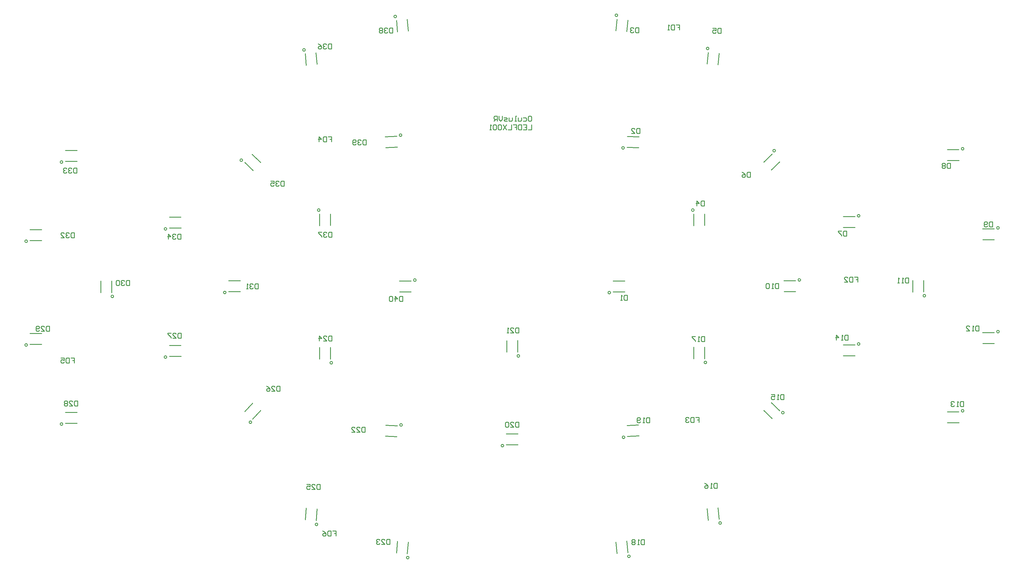
<source format=gbo>
%FSLAX25Y25*%
%MOIN*%
G70*
G01*
G75*
G04 Layer_Color=32896*
%ADD10C,0.02000*%
%ADD11C,0.00800*%
%ADD12C,0.01200*%
%ADD13C,0.02000*%
G04:AMPARAMS|DCode=14|XSize=82.99mil|YSize=122.36mil|CornerRadius=12.45mil|HoleSize=0mil|Usage=FLASHONLY|Rotation=180.000|XOffset=0mil|YOffset=0mil|HoleType=Round|Shape=RoundedRectangle|*
%AMROUNDEDRECTD14*
21,1,0.08299,0.09746,0,0,180.0*
21,1,0.05809,0.12236,0,0,180.0*
1,1,0.02490,-0.02905,0.04873*
1,1,0.02490,0.02905,0.04873*
1,1,0.02490,0.02905,-0.04873*
1,1,0.02490,-0.02905,-0.04873*
%
%ADD14ROUNDEDRECTD14*%
%ADD15C,0.04000*%
%ADD16R,0.01378X0.13780*%
G04:AMPARAMS|DCode=17|XSize=82.99mil|YSize=122.36mil|CornerRadius=12.45mil|HoleSize=0mil|Usage=FLASHONLY|Rotation=357.760|XOffset=0mil|YOffset=0mil|HoleType=Round|Shape=RoundedRectangle|*
%AMROUNDEDRECTD17*
21,1,0.08299,0.09746,0,0,357.8*
21,1,0.05809,0.12236,0,0,357.8*
1,1,0.02490,0.02712,-0.04983*
1,1,0.02490,-0.03093,-0.04756*
1,1,0.02490,-0.02712,0.04983*
1,1,0.02490,0.03093,0.04756*
%
%ADD17ROUNDEDRECTD17*%
G04:AMPARAMS|DCode=18|XSize=82.99mil|YSize=122.36mil|CornerRadius=12.45mil|HoleSize=0mil|Usage=FLASHONLY|Rotation=264.990|XOffset=0mil|YOffset=0mil|HoleType=Round|Shape=RoundedRectangle|*
%AMROUNDEDRECTD18*
21,1,0.08299,0.09746,0,0,265.0*
21,1,0.05809,0.12236,0,0,265.0*
1,1,0.02490,-0.05108,-0.02468*
1,1,0.02490,-0.04601,0.03319*
1,1,0.02490,0.05108,0.02468*
1,1,0.02490,0.04601,-0.03319*
%
%ADD18ROUNDEDRECTD18*%
G04:AMPARAMS|DCode=19|XSize=82.99mil|YSize=122.36mil|CornerRadius=12.45mil|HoleSize=0mil|Usage=FLASHONLY|Rotation=270.000|XOffset=0mil|YOffset=0mil|HoleType=Round|Shape=RoundedRectangle|*
%AMROUNDEDRECTD19*
21,1,0.08299,0.09746,0,0,270.0*
21,1,0.05809,0.12236,0,0,270.0*
1,1,0.02490,-0.04873,-0.02905*
1,1,0.02490,-0.04873,0.02905*
1,1,0.02490,0.04873,0.02905*
1,1,0.02490,0.04873,-0.02905*
%
%ADD19ROUNDEDRECTD19*%
G04:AMPARAMS|DCode=20|XSize=82.99mil|YSize=122.36mil|CornerRadius=12.45mil|HoleSize=0mil|Usage=FLASHONLY|Rotation=265.050|XOffset=0mil|YOffset=0mil|HoleType=Round|Shape=RoundedRectangle|*
%AMROUNDEDRECTD20*
21,1,0.08299,0.09746,0,0,265.0*
21,1,0.05809,0.12236,0,0,265.0*
1,1,0.02490,-0.05106,-0.02473*
1,1,0.02490,-0.04604,0.03314*
1,1,0.02490,0.05106,0.02473*
1,1,0.02490,0.04604,-0.03314*
%
%ADD20ROUNDEDRECTD20*%
G04:AMPARAMS|DCode=21|XSize=82.99mil|YSize=122.36mil|CornerRadius=12.45mil|HoleSize=0mil|Usage=FLASHONLY|Rotation=223.860|XOffset=0mil|YOffset=0mil|HoleType=Round|Shape=RoundedRectangle|*
%AMROUNDEDRECTD21*
21,1,0.08299,0.09746,0,0,223.9*
21,1,0.05809,0.12236,0,0,223.9*
1,1,0.02490,-0.05471,0.01501*
1,1,0.02490,-0.01282,0.05526*
1,1,0.02490,0.05471,-0.01501*
1,1,0.02490,0.01282,-0.05526*
%
%ADD21ROUNDEDRECTD21*%
G04:AMPARAMS|DCode=22|XSize=82.99mil|YSize=122.36mil|CornerRadius=12.45mil|HoleSize=0mil|Usage=FLASHONLY|Rotation=136.140|XOffset=0mil|YOffset=0mil|HoleType=Round|Shape=RoundedRectangle|*
%AMROUNDEDRECTD22*
21,1,0.08299,0.09746,0,0,136.1*
21,1,0.05809,0.12236,0,0,136.1*
1,1,0.02490,0.01282,0.05526*
1,1,0.02490,0.05471,0.01501*
1,1,0.02490,-0.01282,-0.05526*
1,1,0.02490,-0.05471,-0.01501*
%
%ADD22ROUNDEDRECTD22*%
G04:AMPARAMS|DCode=23|XSize=82.99mil|YSize=122.36mil|CornerRadius=12.45mil|HoleSize=0mil|Usage=FLASHONLY|Rotation=94.950|XOffset=0mil|YOffset=0mil|HoleType=Round|Shape=RoundedRectangle|*
%AMROUNDEDRECTD23*
21,1,0.08299,0.09746,0,0,94.9*
21,1,0.05809,0.12236,0,0,94.9*
1,1,0.02490,0.04604,0.03314*
1,1,0.02490,0.05106,-0.02473*
1,1,0.02490,-0.04604,-0.03314*
1,1,0.02490,-0.05106,0.02473*
%
%ADD23ROUNDEDRECTD23*%
G04:AMPARAMS|DCode=24|XSize=82.99mil|YSize=122.36mil|CornerRadius=12.45mil|HoleSize=0mil|Usage=FLASHONLY|Rotation=95.010|XOffset=0mil|YOffset=0mil|HoleType=Round|Shape=RoundedRectangle|*
%AMROUNDEDRECTD24*
21,1,0.08299,0.09746,0,0,95.0*
21,1,0.05809,0.12236,0,0,95.0*
1,1,0.02490,0.04601,0.03319*
1,1,0.02490,0.05108,-0.02468*
1,1,0.02490,-0.04601,-0.03319*
1,1,0.02490,-0.05108,0.02468*
%
%ADD24ROUNDEDRECTD24*%
G04:AMPARAMS|DCode=25|XSize=82.99mil|YSize=122.36mil|CornerRadius=12.45mil|HoleSize=0mil|Usage=FLASHONLY|Rotation=2.240|XOffset=0mil|YOffset=0mil|HoleType=Round|Shape=RoundedRectangle|*
%AMROUNDEDRECTD25*
21,1,0.08299,0.09746,0,0,2.2*
21,1,0.05809,0.12236,0,0,2.2*
1,1,0.02490,0.03093,-0.04756*
1,1,0.02490,-0.02712,-0.04983*
1,1,0.02490,-0.03093,0.04756*
1,1,0.02490,0.02712,0.04983*
%
%ADD25ROUNDEDRECTD25*%
G04:AMPARAMS|DCode=26|XSize=82.99mil|YSize=122.36mil|CornerRadius=12.45mil|HoleSize=0mil|Usage=FLASHONLY|Rotation=46.140|XOffset=0mil|YOffset=0mil|HoleType=Round|Shape=RoundedRectangle|*
%AMROUNDEDRECTD26*
21,1,0.08299,0.09746,0,0,46.1*
21,1,0.05809,0.12236,0,0,46.1*
1,1,0.02490,0.05526,-0.01282*
1,1,0.02490,0.01501,-0.05471*
1,1,0.02490,-0.05526,0.01282*
1,1,0.02490,-0.01501,0.05471*
%
%ADD26ROUNDEDRECTD26*%
%ADD27C,0.01500*%
%ADD28C,0.01000*%
%ADD29C,0.00800*%
%ADD30C,0.01400*%
%ADD31R,0.90551X0.13780*%
G04:AMPARAMS|DCode=32|XSize=62.99mil|YSize=102.36mil|CornerRadius=2.45mil|HoleSize=0mil|Usage=FLASHONLY|Rotation=180.000|XOffset=0mil|YOffset=0mil|HoleType=Round|Shape=RoundedRectangle|*
%AMROUNDEDRECTD32*
21,1,0.06299,0.09746,0,0,180.0*
21,1,0.05809,0.10236,0,0,180.0*
1,1,0.00490,-0.02905,0.04873*
1,1,0.00490,0.02905,0.04873*
1,1,0.00490,0.02905,-0.04873*
1,1,0.00490,-0.02905,-0.04873*
%
%ADD32ROUNDEDRECTD32*%
%ADD33C,0.08000*%
G04:AMPARAMS|DCode=34|XSize=62.99mil|YSize=102.36mil|CornerRadius=2.45mil|HoleSize=0mil|Usage=FLASHONLY|Rotation=357.760|XOffset=0mil|YOffset=0mil|HoleType=Round|Shape=RoundedRectangle|*
%AMROUNDEDRECTD34*
21,1,0.06299,0.09746,0,0,357.8*
21,1,0.05809,0.10236,0,0,357.8*
1,1,0.00490,0.02712,-0.04983*
1,1,0.00490,-0.03093,-0.04756*
1,1,0.00490,-0.02712,0.04983*
1,1,0.00490,0.03093,0.04756*
%
%ADD34ROUNDEDRECTD34*%
G04:AMPARAMS|DCode=35|XSize=62.99mil|YSize=102.36mil|CornerRadius=2.45mil|HoleSize=0mil|Usage=FLASHONLY|Rotation=264.990|XOffset=0mil|YOffset=0mil|HoleType=Round|Shape=RoundedRectangle|*
%AMROUNDEDRECTD35*
21,1,0.06299,0.09746,0,0,265.0*
21,1,0.05809,0.10236,0,0,265.0*
1,1,0.00490,-0.05108,-0.02468*
1,1,0.00490,-0.04601,0.03319*
1,1,0.00490,0.05108,0.02468*
1,1,0.00490,0.04601,-0.03319*
%
%ADD35ROUNDEDRECTD35*%
G04:AMPARAMS|DCode=36|XSize=62.99mil|YSize=102.36mil|CornerRadius=2.45mil|HoleSize=0mil|Usage=FLASHONLY|Rotation=270.000|XOffset=0mil|YOffset=0mil|HoleType=Round|Shape=RoundedRectangle|*
%AMROUNDEDRECTD36*
21,1,0.06299,0.09746,0,0,270.0*
21,1,0.05809,0.10236,0,0,270.0*
1,1,0.00490,-0.04873,-0.02905*
1,1,0.00490,-0.04873,0.02905*
1,1,0.00490,0.04873,0.02905*
1,1,0.00490,0.04873,-0.02905*
%
%ADD36ROUNDEDRECTD36*%
G04:AMPARAMS|DCode=37|XSize=62.99mil|YSize=102.36mil|CornerRadius=2.45mil|HoleSize=0mil|Usage=FLASHONLY|Rotation=265.050|XOffset=0mil|YOffset=0mil|HoleType=Round|Shape=RoundedRectangle|*
%AMROUNDEDRECTD37*
21,1,0.06299,0.09746,0,0,265.0*
21,1,0.05809,0.10236,0,0,265.0*
1,1,0.00490,-0.05106,-0.02473*
1,1,0.00490,-0.04604,0.03314*
1,1,0.00490,0.05106,0.02473*
1,1,0.00490,0.04604,-0.03314*
%
%ADD37ROUNDEDRECTD37*%
G04:AMPARAMS|DCode=38|XSize=62.99mil|YSize=102.36mil|CornerRadius=2.45mil|HoleSize=0mil|Usage=FLASHONLY|Rotation=223.860|XOffset=0mil|YOffset=0mil|HoleType=Round|Shape=RoundedRectangle|*
%AMROUNDEDRECTD38*
21,1,0.06299,0.09746,0,0,223.9*
21,1,0.05809,0.10236,0,0,223.9*
1,1,0.00490,-0.05471,0.01501*
1,1,0.00490,-0.01282,0.05526*
1,1,0.00490,0.05471,-0.01501*
1,1,0.00490,0.01282,-0.05526*
%
%ADD38ROUNDEDRECTD38*%
G04:AMPARAMS|DCode=39|XSize=62.99mil|YSize=102.36mil|CornerRadius=2.45mil|HoleSize=0mil|Usage=FLASHONLY|Rotation=136.140|XOffset=0mil|YOffset=0mil|HoleType=Round|Shape=RoundedRectangle|*
%AMROUNDEDRECTD39*
21,1,0.06299,0.09746,0,0,136.1*
21,1,0.05809,0.10236,0,0,136.1*
1,1,0.00490,0.01282,0.05526*
1,1,0.00490,0.05471,0.01501*
1,1,0.00490,-0.01282,-0.05526*
1,1,0.00490,-0.05471,-0.01501*
%
%ADD39ROUNDEDRECTD39*%
G04:AMPARAMS|DCode=40|XSize=62.99mil|YSize=102.36mil|CornerRadius=2.45mil|HoleSize=0mil|Usage=FLASHONLY|Rotation=94.950|XOffset=0mil|YOffset=0mil|HoleType=Round|Shape=RoundedRectangle|*
%AMROUNDEDRECTD40*
21,1,0.06299,0.09746,0,0,94.9*
21,1,0.05809,0.10236,0,0,94.9*
1,1,0.00490,0.04604,0.03314*
1,1,0.00490,0.05106,-0.02473*
1,1,0.00490,-0.04604,-0.03314*
1,1,0.00490,-0.05106,0.02473*
%
%ADD40ROUNDEDRECTD40*%
G04:AMPARAMS|DCode=41|XSize=62.99mil|YSize=102.36mil|CornerRadius=2.45mil|HoleSize=0mil|Usage=FLASHONLY|Rotation=95.010|XOffset=0mil|YOffset=0mil|HoleType=Round|Shape=RoundedRectangle|*
%AMROUNDEDRECTD41*
21,1,0.06299,0.09746,0,0,95.0*
21,1,0.05809,0.10236,0,0,95.0*
1,1,0.00490,0.04601,0.03319*
1,1,0.00490,0.05108,-0.02468*
1,1,0.00490,-0.04601,-0.03319*
1,1,0.00490,-0.05108,0.02468*
%
%ADD41ROUNDEDRECTD41*%
G04:AMPARAMS|DCode=42|XSize=62.99mil|YSize=102.36mil|CornerRadius=2.45mil|HoleSize=0mil|Usage=FLASHONLY|Rotation=2.240|XOffset=0mil|YOffset=0mil|HoleType=Round|Shape=RoundedRectangle|*
%AMROUNDEDRECTD42*
21,1,0.06299,0.09746,0,0,2.2*
21,1,0.05809,0.10236,0,0,2.2*
1,1,0.00490,0.03093,-0.04756*
1,1,0.00490,-0.02712,-0.04983*
1,1,0.00490,-0.03093,0.04756*
1,1,0.00490,0.02712,0.04983*
%
%ADD42ROUNDEDRECTD42*%
G04:AMPARAMS|DCode=43|XSize=62.99mil|YSize=102.36mil|CornerRadius=2.45mil|HoleSize=0mil|Usage=FLASHONLY|Rotation=46.140|XOffset=0mil|YOffset=0mil|HoleType=Round|Shape=RoundedRectangle|*
%AMROUNDEDRECTD43*
21,1,0.06299,0.09746,0,0,46.1*
21,1,0.05809,0.10236,0,0,46.1*
1,1,0.00490,0.05526,-0.01282*
1,1,0.00490,0.01501,-0.05471*
1,1,0.00490,-0.05526,0.01282*
1,1,0.00490,-0.01501,0.05471*
%
%ADD43ROUNDEDRECTD43*%
D28*
X-114561Y79173D02*
G03*
X-114561Y79173I-1581J0D01*
G01*
X117723Y64173D02*
G03*
X117723Y64173I-1581J0D01*
G01*
X134187Y237069D02*
G03*
X134187Y237069I-1581J0D01*
G01*
X126236Y395599D02*
G03*
X126236Y395599I-1581J0D01*
G01*
X217554Y162795D02*
G03*
X217554Y162795I-1581J0D01*
G01*
X235212Y355923D02*
G03*
X235212Y355923I-1581J0D01*
G01*
X314704Y233723D02*
G03*
X314704Y233723I-1581J0D01*
G01*
X415617Y155992D02*
G03*
X415617Y155992I-1581J0D01*
G01*
X539849Y236035D02*
G03*
X539849Y236035I-1581J0D01*
G01*
X582101Y141535D02*
G03*
X582101Y141535I-1581J0D01*
G01*
X344813Y79343D02*
G03*
X344813Y79343I-1581J0D01*
G01*
X494101Y60472D02*
G03*
X494101Y60472I-1581J0D01*
G01*
X582101Y17547D02*
G03*
X582101Y17547I-1581J0D01*
G01*
X539849Y-77024D02*
G03*
X539849Y-77024I-1581J0D01*
G01*
X415617Y2815D02*
G03*
X415617Y2815I-1581J0D01*
G01*
X325097Y-79257D02*
G03*
X325097Y-79257I-1581J0D01*
G01*
X250156Y-211093D02*
G03*
X250156Y-211093I-1581J0D01*
G01*
X232554Y-19291D02*
G03*
X232554Y-19291I-1581J0D01*
G01*
X141179Y-250935D02*
G03*
X141179Y-250935I-1581J0D01*
G01*
X134773Y-108684D02*
G03*
X134773Y-108684I-1581J0D01*
G01*
X-9919Y-118677D02*
G03*
X-9919Y-118677I-1581J0D01*
G01*
X9081Y-11500D02*
G03*
X9081Y-11500I-1581J0D01*
G01*
X-131024Y-93936D02*
G03*
X-131024Y-93936I-1581J0D01*
G01*
X-123074Y-252465D02*
G03*
X-123074Y-252465I-1581J0D01*
G01*
X-214391Y-19661D02*
G03*
X-214391Y-19661I-1581J0D01*
G01*
X-232049Y-212789D02*
G03*
X-232049Y-212789I-1581J0D01*
G01*
X-311007Y-90701D02*
G03*
X-311007Y-90701I-1581J0D01*
G01*
X-412454Y-12854D02*
G03*
X-412454Y-12854I-1581J0D01*
G01*
X-536687Y-92902D02*
G03*
X-536687Y-92902I-1581J0D01*
G01*
X-578939Y1598D02*
G03*
X-578939Y1598I-1581J0D01*
G01*
X-475939Y59665D02*
G03*
X-475939Y59665I-1581J0D01*
G01*
X-341651Y64342D02*
G03*
X-341651Y64342I-1581J0D01*
G01*
X-578939Y125587D02*
G03*
X-578939Y125587I-1581J0D01*
G01*
X-536687Y220158D02*
G03*
X-536687Y220158I-1581J0D01*
G01*
X-412454Y140319D02*
G03*
X-412454Y140319I-1581J0D01*
G01*
X-321935Y222391D02*
G03*
X-321935Y222391I-1581J0D01*
G01*
X-246993Y354227D02*
G03*
X-246993Y354227I-1581J0D01*
G01*
X-229391Y162795D02*
G03*
X-229391Y162795I-1581J0D01*
G01*
X-138016Y394069D02*
G03*
X-138016Y394069I-1581J0D01*
G01*
X-131611Y252333D02*
G03*
X-131611Y252333I-1581J0D01*
G01*
X-134561Y65173D02*
X-120642D01*
X-134642Y78173D02*
X-120723D01*
X120642D02*
X134561D01*
X120723Y65173D02*
X134642D01*
X137649Y250883D02*
X151557Y250339D01*
X137222Y237890D02*
X151130Y237346D01*
X136993Y376028D02*
X138208Y389894D01*
X124036Y377083D02*
X125251Y390948D01*
X229972Y144376D02*
Y158295D01*
X216972Y144295D02*
Y158214D01*
X245989Y336365D02*
X247190Y350232D01*
X233031Y337406D02*
X234231Y351273D01*
X309543Y210866D02*
X319579Y220510D01*
X300477Y220183D02*
X310512Y229827D01*
X395617Y141992D02*
X409535D01*
X395535Y154992D02*
X409454D01*
X519849Y222035D02*
X533768D01*
X519768Y235035D02*
X533687D01*
X562101Y127535D02*
X576020D01*
X562020Y140535D02*
X575939D01*
X324813Y65342D02*
X338732D01*
X324732Y78342D02*
X338651D01*
X478520Y64972D02*
Y78891D01*
X491520Y65054D02*
Y78972D01*
X562101Y3547D02*
X576020D01*
X562020Y16547D02*
X575939D01*
X519849Y-91024D02*
X533768D01*
X519768Y-78024D02*
X533687D01*
X395617Y-11185D02*
X409535D01*
X395535Y1815D02*
X409454D01*
X300535Y-76590D02*
X310571Y-86234D01*
X309484Y-67160D02*
X319520Y-76804D01*
X233037Y-193951D02*
X234239Y-207818D01*
X245982Y-192749D02*
X247183Y-206616D01*
X216972Y-14791D02*
Y-872D01*
X229972Y-14710D02*
Y-791D01*
X124043Y-233809D02*
X125258Y-247675D01*
X136986Y-232593D02*
X138201Y-246459D01*
X137141Y-94519D02*
X151049Y-93975D01*
X137730Y-107506D02*
X151638Y-106962D01*
X-7000Y-104677D02*
X6919D01*
X-6919Y-117677D02*
X7000D01*
X-6500Y-7000D02*
Y6919D01*
X6500Y-6919D02*
Y7000D01*
X-151557Y-107205D02*
X-137649Y-107749D01*
X-151130Y-94212D02*
X-137222Y-94756D01*
X-138208Y-246760D02*
X-136993Y-232894D01*
X-125251Y-247814D02*
X-124036Y-233949D01*
X-229972Y-15161D02*
Y-1243D01*
X-216972Y-15080D02*
Y-1161D01*
X-247190Y-207098D02*
X-245989Y-193231D01*
X-234231Y-208139D02*
X-233031Y-194272D01*
X-319565Y-77756D02*
X-309920Y-67720D01*
X-310135Y-86705D02*
X-300490Y-76669D01*
X-409535Y1146D02*
X-395617D01*
X-409454Y-11854D02*
X-395535D01*
X-533768Y-78902D02*
X-519849D01*
X-533687Y-91902D02*
X-519768D01*
X-576020Y15598D02*
X-562101D01*
X-575939Y2598D02*
X-562020D01*
X-491520Y64165D02*
Y78084D01*
X-478520Y64246D02*
Y78165D01*
X-338732Y78342D02*
X-324813D01*
X-338651Y65342D02*
X-324732D01*
X-576020Y139587D02*
X-562101D01*
X-575939Y126587D02*
X-562020D01*
X-533768Y234157D02*
X-519849D01*
X-533687Y221158D02*
X-519768D01*
X-409535Y154319D02*
X-395617D01*
X-409454Y141319D02*
X-395535D01*
X-310571Y229368D02*
X-300535Y219723D01*
X-319520Y219938D02*
X-309484Y210294D01*
X-234239Y350952D02*
X-233037Y337085D01*
X-247183Y349749D02*
X-245982Y335883D01*
X-216972Y144376D02*
Y158295D01*
X-229972Y144295D02*
Y158214D01*
X-125258Y390809D02*
X-124043Y376943D01*
X-138201Y389593D02*
X-136986Y375727D01*
X-151049Y237624D02*
X-137141Y238168D01*
X-151638Y250611D02*
X-137730Y251155D01*
X-130807Y59935D02*
Y53937D01*
X-133806D01*
X-134806Y54937D01*
Y58935D01*
X-133806Y59935D01*
X-130807D01*
X-139804Y53937D02*
Y59935D01*
X-136805Y56936D01*
X-140804D01*
X-142803Y58935D02*
X-143803Y59935D01*
X-145802D01*
X-146802Y58935D01*
Y54937D01*
X-145802Y53937D01*
X-143803D01*
X-142803Y54937D01*
Y58935D01*
X-214530Y-220577D02*
X-210531D01*
Y-223576D01*
X-212531D01*
X-210531D01*
Y-226575D01*
X-216530Y-220577D02*
Y-226575D01*
X-219529D01*
X-220528Y-225575D01*
Y-221576D01*
X-219529Y-220577D01*
X-216530D01*
X-226526D02*
X-224527Y-221576D01*
X-222528Y-223576D01*
Y-225575D01*
X-223527Y-226575D01*
X-225527D01*
X-226526Y-225575D01*
Y-224575D01*
X-225527Y-223576D01*
X-222528D01*
X137697Y61018D02*
Y55020D01*
X134698D01*
X133698Y56019D01*
Y60018D01*
X134698Y61018D01*
X137697D01*
X131699Y55020D02*
X129699D01*
X130699D01*
Y61018D01*
X131699Y60018D01*
X152663Y260421D02*
Y254423D01*
X149664D01*
X148664Y255422D01*
Y259421D01*
X149664Y260421D01*
X152663D01*
X142666Y254423D02*
X146665D01*
X142666Y258421D01*
Y259421D01*
X143666Y260421D01*
X145665D01*
X146665Y259421D01*
X151181Y380900D02*
Y374902D01*
X148182D01*
X147182Y375901D01*
Y379900D01*
X148182Y380900D01*
X151181D01*
X145183Y379900D02*
X144183Y380900D01*
X142184D01*
X141184Y379900D01*
Y378900D01*
X142184Y377901D01*
X143184D01*
X142184D01*
X141184Y376901D01*
Y375901D01*
X142184Y374902D01*
X144183D01*
X145183Y375901D01*
X229463Y173921D02*
Y167923D01*
X226464D01*
X225464Y168922D01*
Y172921D01*
X226464Y173921D01*
X229463D01*
X220466Y167923D02*
Y173921D01*
X223465Y170922D01*
X219466D01*
X249705Y380309D02*
Y374311D01*
X246706D01*
X245706Y375311D01*
Y379309D01*
X246706Y380309D01*
X249705D01*
X239708D02*
X243707D01*
Y377310D01*
X241707Y378310D01*
X240708D01*
X239708Y377310D01*
Y375311D01*
X240708Y374311D01*
X242707D01*
X243707Y375311D01*
X284744Y208065D02*
Y202067D01*
X281745D01*
X280745Y203067D01*
Y207065D01*
X281745Y208065D01*
X284744D01*
X274747D02*
X276747Y207065D01*
X278746Y205066D01*
Y203067D01*
X277746Y202067D01*
X275747D01*
X274747Y203067D01*
Y204066D01*
X275747Y205066D01*
X278746D01*
X399705Y137691D02*
Y131693D01*
X396706D01*
X395706Y132693D01*
Y136691D01*
X396706Y137691D01*
X399705D01*
X393707D02*
X389708D01*
Y136691D01*
X393707Y132693D01*
Y131693D01*
X523524Y218695D02*
Y212697D01*
X520525D01*
X519525Y213697D01*
Y217695D01*
X520525Y218695D01*
X523524D01*
X517526Y217695D02*
X516526Y218695D01*
X514527D01*
X513527Y217695D01*
Y216696D01*
X514527Y215696D01*
X513527Y214696D01*
Y213697D01*
X514527Y212697D01*
X516526D01*
X517526Y213697D01*
Y214696D01*
X516526Y215696D01*
X517526Y216696D01*
Y217695D01*
X516526Y215696D02*
X514527D01*
X574016Y148813D02*
Y142815D01*
X571017D01*
X570017Y143815D01*
Y147813D01*
X571017Y148813D01*
X574016D01*
X568018Y143815D02*
X567018Y142815D01*
X565019D01*
X564019Y143815D01*
Y147813D01*
X565019Y148813D01*
X567018D01*
X568018Y147813D01*
Y146814D01*
X567018Y145814D01*
X564019D01*
X318209Y75191D02*
Y69193D01*
X315210D01*
X314210Y70193D01*
Y74191D01*
X315210Y75191D01*
X318209D01*
X312211Y69193D02*
X310211D01*
X311211D01*
Y75191D01*
X312211Y74191D01*
X307212D02*
X306212Y75191D01*
X304213D01*
X303214Y74191D01*
Y70193D01*
X304213Y69193D01*
X306212D01*
X307212Y70193D01*
Y74191D01*
X473622Y81786D02*
Y75787D01*
X470623D01*
X469623Y76787D01*
Y80786D01*
X470623Y81786D01*
X473622D01*
X467624Y75787D02*
X465625D01*
X466624D01*
Y81786D01*
X467624Y80786D01*
X462626Y75787D02*
X460626D01*
X461626D01*
Y81786D01*
X462626Y80786D01*
X557480Y24600D02*
Y18602D01*
X554481D01*
X553482Y19602D01*
Y23601D01*
X554481Y24600D01*
X557480D01*
X551482Y18602D02*
X549483D01*
X550483D01*
Y24600D01*
X551482Y23601D01*
X542485Y18602D02*
X546484D01*
X542485Y22601D01*
Y23601D01*
X543485Y24600D01*
X545484D01*
X546484Y23601D01*
X539363Y-65979D02*
Y-71977D01*
X536364D01*
X535364Y-70978D01*
Y-66979D01*
X536364Y-65979D01*
X539363D01*
X533365Y-71977D02*
X531366D01*
X532365D01*
Y-65979D01*
X533365Y-66979D01*
X528367D02*
X527367Y-65979D01*
X525368D01*
X524368Y-66979D01*
Y-67979D01*
X525368Y-68978D01*
X526367D01*
X525368D01*
X524368Y-69978D01*
Y-70978D01*
X525368Y-71977D01*
X527367D01*
X528367Y-70978D01*
X401181Y13380D02*
Y7382D01*
X398182D01*
X397182Y8382D01*
Y12380D01*
X398182Y13380D01*
X401181D01*
X395183Y7382D02*
X393184D01*
X394183D01*
Y13380D01*
X395183Y12380D01*
X387186Y7382D02*
Y13380D01*
X390185Y10381D01*
X386186D01*
X324563Y-57479D02*
Y-63477D01*
X321564D01*
X320564Y-62478D01*
Y-58479D01*
X321564Y-57479D01*
X324563D01*
X318565Y-63477D02*
X316566D01*
X317565D01*
Y-57479D01*
X318565Y-58479D01*
X309568Y-57479D02*
X313567D01*
Y-60478D01*
X311567Y-59479D01*
X310568D01*
X309568Y-60478D01*
Y-62478D01*
X310568Y-63477D01*
X312567D01*
X313567Y-62478D01*
X244783Y-163687D02*
Y-169685D01*
X241784D01*
X240785Y-168685D01*
Y-164687D01*
X241784Y-163687D01*
X244783D01*
X238785Y-169685D02*
X236786D01*
X237786D01*
Y-163687D01*
X238785Y-164687D01*
X229788Y-163687D02*
X231788Y-164687D01*
X233787Y-166686D01*
Y-168685D01*
X232787Y-169685D01*
X230788D01*
X229788Y-168685D01*
Y-167686D01*
X230788Y-166686D01*
X233787D01*
X229921Y11805D02*
Y5807D01*
X226922D01*
X225923Y6807D01*
Y10806D01*
X226922Y11805D01*
X229921D01*
X223923Y5807D02*
X221924D01*
X222923D01*
Y11805D01*
X223923Y10806D01*
X218925Y11805D02*
X214926D01*
Y10806D01*
X218925Y6807D01*
Y5807D01*
X157874Y-230715D02*
Y-236713D01*
X154875D01*
X153875Y-235713D01*
Y-231714D01*
X154875Y-230715D01*
X157874D01*
X151876Y-236713D02*
X149877D01*
X150876D01*
Y-230715D01*
X151876Y-231714D01*
X146878D02*
X145878Y-230715D01*
X143878D01*
X142879Y-231714D01*
Y-232714D01*
X143878Y-233714D01*
X142879Y-234713D01*
Y-235713D01*
X143878Y-236713D01*
X145878D01*
X146878Y-235713D01*
Y-234713D01*
X145878Y-233714D01*
X146878Y-232714D01*
Y-231714D01*
X145878Y-233714D02*
X143878D01*
X164370Y-85340D02*
Y-91339D01*
X161371D01*
X160371Y-90339D01*
Y-86340D01*
X161371Y-85340D01*
X164370D01*
X158372Y-91339D02*
X156373D01*
X157372D01*
Y-85340D01*
X158372Y-86340D01*
X153374Y-90339D02*
X152374Y-91339D01*
X150375D01*
X149375Y-90339D01*
Y-86340D01*
X150375Y-85340D01*
X152374D01*
X153374Y-86340D01*
Y-87340D01*
X152374Y-88340D01*
X149375D01*
X7874Y-90557D02*
Y-96555D01*
X4875D01*
X3875Y-95555D01*
Y-91557D01*
X4875Y-90557D01*
X7874D01*
X-2123Y-96555D02*
X1876D01*
X-2123Y-92556D01*
Y-91557D01*
X-1123Y-90557D01*
X876D01*
X1876Y-91557D01*
X-4122D02*
X-5122Y-90557D01*
X-7121D01*
X-8121Y-91557D01*
Y-95555D01*
X-7121Y-96555D01*
X-5122D01*
X-4122Y-95555D01*
Y-91557D01*
X7874Y22041D02*
Y16043D01*
X4875D01*
X3875Y17043D01*
Y21042D01*
X4875Y22041D01*
X7874D01*
X-2123Y16043D02*
X1876D01*
X-2123Y20042D01*
Y21042D01*
X-1123Y22041D01*
X876D01*
X1876Y21042D01*
X-4122Y16043D02*
X-6121D01*
X-5122D01*
Y22041D01*
X-4122Y21042D01*
X-175787Y-96659D02*
Y-102657D01*
X-178786D01*
X-179786Y-101658D01*
Y-97659D01*
X-178786Y-96659D01*
X-175787D01*
X-185784Y-102657D02*
X-181786D01*
X-185784Y-98659D01*
Y-97659D01*
X-184784Y-96659D01*
X-182785D01*
X-181786Y-97659D01*
X-191782Y-102657D02*
X-187784D01*
X-191782Y-98659D01*
Y-97659D01*
X-190782Y-96659D01*
X-188783D01*
X-187784Y-97659D01*
X-146161Y-230518D02*
Y-236516D01*
X-149160D01*
X-150160Y-235516D01*
Y-231517D01*
X-149160Y-230518D01*
X-146161D01*
X-156158Y-236516D02*
X-152160D01*
X-156158Y-232517D01*
Y-231517D01*
X-155158Y-230518D01*
X-153159D01*
X-152160Y-231517D01*
X-158158D02*
X-159157Y-230518D01*
X-161157D01*
X-162156Y-231517D01*
Y-232517D01*
X-161157Y-233517D01*
X-160157D01*
X-161157D01*
X-162156Y-234516D01*
Y-235516D01*
X-161157Y-236516D01*
X-159157D01*
X-158158Y-235516D01*
X-215453Y12396D02*
Y6398D01*
X-218452D01*
X-219451Y7397D01*
Y11396D01*
X-218452Y12396D01*
X-215453D01*
X-225449Y6398D02*
X-221451D01*
X-225449Y10396D01*
Y11396D01*
X-224450Y12396D01*
X-222450D01*
X-221451Y11396D01*
X-230448Y6398D02*
Y12396D01*
X-227449Y9397D01*
X-231448D01*
X-229528Y-164770D02*
Y-170768D01*
X-232527D01*
X-233526Y-169768D01*
Y-165769D01*
X-232527Y-164770D01*
X-229528D01*
X-239524Y-170768D02*
X-235526D01*
X-239524Y-166769D01*
Y-165769D01*
X-238525Y-164770D01*
X-236525D01*
X-235526Y-165769D01*
X-245522Y-164770D02*
X-241524D01*
Y-167769D01*
X-243523Y-166769D01*
X-244523D01*
X-245522Y-167769D01*
Y-169768D01*
X-244523Y-170768D01*
X-242523D01*
X-241524Y-169768D01*
X-277362Y-47644D02*
Y-53642D01*
X-280361D01*
X-281361Y-52642D01*
Y-48643D01*
X-280361Y-47644D01*
X-277362D01*
X-287359Y-53642D02*
X-283360D01*
X-287359Y-49643D01*
Y-48643D01*
X-286359Y-47644D01*
X-284360D01*
X-283360Y-48643D01*
X-293357Y-47644D02*
X-291358Y-48643D01*
X-289358Y-50643D01*
Y-52642D01*
X-290358Y-53642D01*
X-292357D01*
X-293357Y-52642D01*
Y-51642D01*
X-292357Y-50643D01*
X-289358D01*
X-395276Y15939D02*
Y9941D01*
X-398275D01*
X-399274Y10941D01*
Y14939D01*
X-398275Y15939D01*
X-395276D01*
X-405272Y9941D02*
X-401274D01*
X-405272Y13940D01*
Y14939D01*
X-404273Y15939D01*
X-402273D01*
X-401274Y14939D01*
X-407272Y15939D02*
X-411270D01*
Y14939D01*
X-407272Y10941D01*
Y9941D01*
X-519095Y-65262D02*
Y-71260D01*
X-522093D01*
X-523093Y-70260D01*
Y-66262D01*
X-522093Y-65262D01*
X-519095D01*
X-529091Y-71260D02*
X-525093D01*
X-529091Y-67261D01*
Y-66262D01*
X-528092Y-65262D01*
X-526092D01*
X-525093Y-66262D01*
X-531091D02*
X-532090Y-65262D01*
X-534090D01*
X-535089Y-66262D01*
Y-67261D01*
X-534090Y-68261D01*
X-535089Y-69261D01*
Y-70260D01*
X-534090Y-71260D01*
X-532090D01*
X-531091Y-70260D01*
Y-69261D01*
X-532090Y-68261D01*
X-531091Y-67261D01*
Y-66262D01*
X-532090Y-68261D02*
X-534090D01*
X-552854Y24305D02*
Y18307D01*
X-555853D01*
X-556853Y19307D01*
Y23305D01*
X-555853Y24305D01*
X-552854D01*
X-562851Y18307D02*
X-558852D01*
X-562851Y22306D01*
Y23305D01*
X-561851Y24305D01*
X-559852D01*
X-558852Y23305D01*
X-564851Y19307D02*
X-565850Y18307D01*
X-567849D01*
X-568849Y19307D01*
Y23305D01*
X-567849Y24305D01*
X-565850D01*
X-564851Y23305D01*
Y22306D01*
X-565850Y21306D01*
X-568849D01*
X-457185Y78734D02*
Y72736D01*
X-460184D01*
X-461184Y73736D01*
Y77735D01*
X-460184Y78734D01*
X-457185D01*
X-463183Y77735D02*
X-464183Y78734D01*
X-466182D01*
X-467182Y77735D01*
Y76735D01*
X-466182Y75735D01*
X-465182D01*
X-466182D01*
X-467182Y74736D01*
Y73736D01*
X-466182Y72736D01*
X-464183D01*
X-463183Y73736D01*
X-469181Y77735D02*
X-470181Y78734D01*
X-472180D01*
X-473180Y77735D01*
Y73736D01*
X-472180Y72736D01*
X-470181D01*
X-469181Y73736D01*
Y77735D01*
X-303248Y74797D02*
Y68799D01*
X-306247D01*
X-307247Y69799D01*
Y73798D01*
X-306247Y74797D01*
X-303248D01*
X-309246Y73798D02*
X-310246Y74797D01*
X-312245D01*
X-313245Y73798D01*
Y72798D01*
X-312245Y71798D01*
X-311245D01*
X-312245D01*
X-313245Y70799D01*
Y69799D01*
X-312245Y68799D01*
X-310246D01*
X-309246Y69799D01*
X-315244Y68799D02*
X-317244D01*
X-316244D01*
Y74797D01*
X-315244Y73798D01*
X-523130Y135919D02*
Y129921D01*
X-526129D01*
X-527129Y130921D01*
Y134920D01*
X-526129Y135919D01*
X-523130D01*
X-529128Y134920D02*
X-530128Y135919D01*
X-532127D01*
X-533127Y134920D01*
Y133920D01*
X-532127Y132920D01*
X-531127D01*
X-532127D01*
X-533127Y131921D01*
Y130921D01*
X-532127Y129921D01*
X-530128D01*
X-529128Y130921D01*
X-539125Y129921D02*
X-535126D01*
X-539125Y133920D01*
Y134920D01*
X-538125Y135919D01*
X-536126D01*
X-535126Y134920D01*
X-520079Y213183D02*
Y207185D01*
X-523078D01*
X-524078Y208185D01*
Y212183D01*
X-523078Y213183D01*
X-520079D01*
X-526077Y212183D02*
X-527076Y213183D01*
X-529076D01*
X-530076Y212183D01*
Y211184D01*
X-529076Y210184D01*
X-528076D01*
X-529076D01*
X-530076Y209184D01*
Y208185D01*
X-529076Y207185D01*
X-527076D01*
X-526077Y208185D01*
X-532075Y212183D02*
X-533075Y213183D01*
X-535074D01*
X-536074Y212183D01*
Y211184D01*
X-535074Y210184D01*
X-534074D01*
X-535074D01*
X-536074Y209184D01*
Y208185D01*
X-535074Y207185D01*
X-533075D01*
X-532075Y208185D01*
X-395866Y134049D02*
Y128051D01*
X-398865D01*
X-399865Y129051D01*
Y133050D01*
X-398865Y134049D01*
X-395866D01*
X-401864Y133050D02*
X-402864Y134049D01*
X-404863D01*
X-405863Y133050D01*
Y132050D01*
X-404863Y131050D01*
X-403863D01*
X-404863D01*
X-405863Y130051D01*
Y129051D01*
X-404863Y128051D01*
X-402864D01*
X-401864Y129051D01*
X-410861Y128051D02*
Y134049D01*
X-407862Y131050D01*
X-411861D01*
X-272342Y197337D02*
Y191339D01*
X-275342D01*
X-276341Y192338D01*
Y196337D01*
X-275342Y197337D01*
X-272342D01*
X-278341Y196337D02*
X-279340Y197337D01*
X-281340D01*
X-282339Y196337D01*
Y195337D01*
X-281340Y194338D01*
X-280340D01*
X-281340D01*
X-282339Y193338D01*
Y192338D01*
X-281340Y191339D01*
X-279340D01*
X-278341Y192338D01*
X-288337Y197337D02*
X-284339D01*
Y194338D01*
X-286338Y195337D01*
X-287338D01*
X-288337Y194338D01*
Y192338D01*
X-287338Y191339D01*
X-285338D01*
X-284339Y192338D01*
X-215846Y361510D02*
Y355512D01*
X-218846D01*
X-219845Y356511D01*
Y360510D01*
X-218846Y361510D01*
X-215846D01*
X-221845Y360510D02*
X-222844Y361510D01*
X-224844D01*
X-225843Y360510D01*
Y359510D01*
X-224844Y358511D01*
X-223844D01*
X-224844D01*
X-225843Y357511D01*
Y356511D01*
X-224844Y355512D01*
X-222844D01*
X-221845Y356511D01*
X-231841Y361510D02*
X-229842Y360510D01*
X-227843Y358511D01*
Y356511D01*
X-228842Y355512D01*
X-230842D01*
X-231841Y356511D01*
Y357511D01*
X-230842Y358511D01*
X-227843D01*
X-215551Y136313D02*
Y130315D01*
X-218550D01*
X-219550Y131315D01*
Y135313D01*
X-218550Y136313D01*
X-215551D01*
X-221549Y135313D02*
X-222549Y136313D01*
X-224548D01*
X-225548Y135313D01*
Y134314D01*
X-224548Y133314D01*
X-223549D01*
X-224548D01*
X-225548Y132314D01*
Y131315D01*
X-224548Y130315D01*
X-222549D01*
X-221549Y131315D01*
X-227547Y136313D02*
X-231546D01*
Y135313D01*
X-227547Y131315D01*
Y130315D01*
X-142717Y380506D02*
Y374508D01*
X-145716D01*
X-146715Y375507D01*
Y379506D01*
X-145716Y380506D01*
X-142717D01*
X-148715Y379506D02*
X-149714Y380506D01*
X-151714D01*
X-152713Y379506D01*
Y378507D01*
X-151714Y377507D01*
X-150714D01*
X-151714D01*
X-152713Y376507D01*
Y375507D01*
X-151714Y374508D01*
X-149714D01*
X-148715Y375507D01*
X-154713Y379506D02*
X-155712Y380506D01*
X-157712D01*
X-158711Y379506D01*
Y378507D01*
X-157712Y377507D01*
X-158711Y376507D01*
Y375507D01*
X-157712Y374508D01*
X-155712D01*
X-154713Y375507D01*
Y376507D01*
X-155712Y377507D01*
X-154713Y378507D01*
Y379506D01*
X-155712Y377507D02*
X-157712D01*
X-174508Y246648D02*
Y240650D01*
X-177507D01*
X-178507Y241649D01*
Y245648D01*
X-177507Y246648D01*
X-174508D01*
X-180506Y245648D02*
X-181506Y246648D01*
X-183505D01*
X-184505Y245648D01*
Y244648D01*
X-183505Y243649D01*
X-182505D01*
X-183505D01*
X-184505Y242649D01*
Y241649D01*
X-183505Y240650D01*
X-181506D01*
X-180506Y241649D01*
X-186504D02*
X-187504Y240650D01*
X-189503D01*
X-190503Y241649D01*
Y245648D01*
X-189503Y246648D01*
X-187504D01*
X-186504Y245648D01*
Y244648D01*
X-187504Y243649D01*
X-190503D01*
X195903Y384049D02*
X199902D01*
Y381050D01*
X197902D01*
X199902D01*
Y378051D01*
X193904Y384049D02*
Y378051D01*
X190904D01*
X189905Y379051D01*
Y383050D01*
X190904Y384049D01*
X193904D01*
X187905Y378051D02*
X185906D01*
X186906D01*
Y384049D01*
X187905Y383050D01*
X409092Y82671D02*
X413091D01*
Y79672D01*
X411091D01*
X413091D01*
Y76673D01*
X407093Y82671D02*
Y76673D01*
X404094D01*
X403094Y77673D01*
Y81672D01*
X404094Y82671D01*
X407093D01*
X397096Y76673D02*
X401094D01*
X397096Y80672D01*
Y81672D01*
X398095Y82671D01*
X400095D01*
X401094Y81672D01*
X219230Y-84750D02*
X223228D01*
Y-87749D01*
X221229D01*
X223228D01*
Y-90748D01*
X217230Y-84750D02*
Y-90748D01*
X214231D01*
X213232Y-89748D01*
Y-85750D01*
X214231Y-84750D01*
X217230D01*
X211232Y-85750D02*
X210232Y-84750D01*
X208233D01*
X207234Y-85750D01*
Y-86749D01*
X208233Y-87749D01*
X209233D01*
X208233D01*
X207234Y-88749D01*
Y-89748D01*
X208233Y-90748D01*
X210232D01*
X211232Y-89748D01*
X-219648Y250486D02*
X-215650D01*
Y247487D01*
X-217649D01*
X-215650D01*
Y244488D01*
X-221648Y250486D02*
Y244488D01*
X-224647D01*
X-225646Y245488D01*
Y249487D01*
X-224647Y250486D01*
X-221648D01*
X-230645Y244488D02*
Y250486D01*
X-227646Y247487D01*
X-231644D01*
X-526932Y-13785D02*
X-522933D01*
Y-16784D01*
X-524932D01*
X-522933D01*
Y-19783D01*
X-528931Y-13785D02*
Y-19783D01*
X-531930D01*
X-532930Y-18784D01*
Y-14785D01*
X-531930Y-13785D01*
X-528931D01*
X-538928D02*
X-534929D01*
Y-16784D01*
X-536929Y-15785D01*
X-537928D01*
X-538928Y-16784D01*
Y-18784D01*
X-537928Y-19783D01*
X-535929D01*
X-534929Y-18784D01*
X23228Y264955D02*
Y258957D01*
X19230D01*
X13232Y264955D02*
X17230D01*
Y258957D01*
X13232D01*
X17230Y261956D02*
X15231D01*
X11232Y264955D02*
Y258957D01*
X8233D01*
X7233Y259956D01*
Y263955D01*
X8233Y264955D01*
X11232D01*
X1235D02*
X5234D01*
Y261956D01*
X3235D01*
X5234D01*
Y258957D01*
X-764Y264955D02*
Y258957D01*
X-4763D01*
X-6762Y264955D02*
X-10761Y258957D01*
Y264955D02*
X-6762Y258957D01*
X-12760Y263955D02*
X-13760Y264955D01*
X-15759D01*
X-16759Y263955D01*
Y259956D01*
X-15759Y258957D01*
X-13760D01*
X-12760Y259956D01*
Y263955D01*
X-18758D02*
X-19758Y264955D01*
X-21757D01*
X-22757Y263955D01*
Y259956D01*
X-21757Y258957D01*
X-19758D01*
X-18758Y259956D01*
Y263955D01*
X-24756Y258957D02*
X-26755D01*
X-25756D01*
Y264955D01*
X-24756Y263955D01*
X20229Y275191D02*
X22229D01*
X23228Y274191D01*
Y270193D01*
X22229Y269193D01*
X20229D01*
X19230Y270193D01*
Y274191D01*
X20229Y275191D01*
X13232Y273192D02*
X16231D01*
X17230Y272192D01*
Y270193D01*
X16231Y269193D01*
X13232D01*
X11232Y273192D02*
Y270193D01*
X10233Y269193D01*
X7233D01*
Y273192D01*
X5234Y269193D02*
X3235D01*
X4234D01*
Y275191D01*
X5234D01*
X236Y273192D02*
Y270193D01*
X-764Y269193D01*
X-3763D01*
Y273192D01*
X-5762Y269193D02*
X-8761D01*
X-9761Y270193D01*
X-8761Y271192D01*
X-6762D01*
X-5762Y272192D01*
X-6762Y273192D01*
X-9761D01*
X-11760Y275191D02*
Y271192D01*
X-13760Y269193D01*
X-15759Y271192D01*
Y275191D01*
X-17758Y269193D02*
Y275191D01*
X-20757D01*
X-21757Y274191D01*
Y272192D01*
X-20757Y271192D01*
X-17758D01*
X-19758D02*
X-21757Y269193D01*
M02*

</source>
